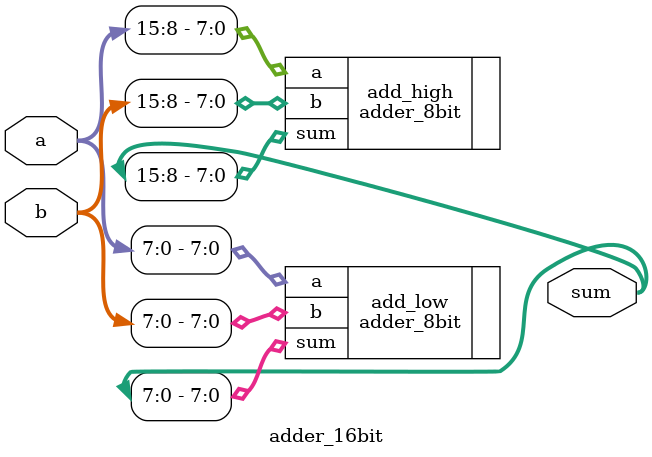
<source format=v>

module adder_16bit (
  input [15:0] a,
  input [15:0] b,
  output [15:0] sum  
);

  // high 8 bit adder
  adder_8bit add_high (
    .a(a[15:8]),
    .b(b[15:8]), 
    .sum(sum[15:8])
  );

  // low 8 bit adder
  adder_8bit add_low (
    .a(a[7:0]),
    .b(b[7:0]),
    .sum(sum[7:0]) 
  );

endmodule 

</source>
